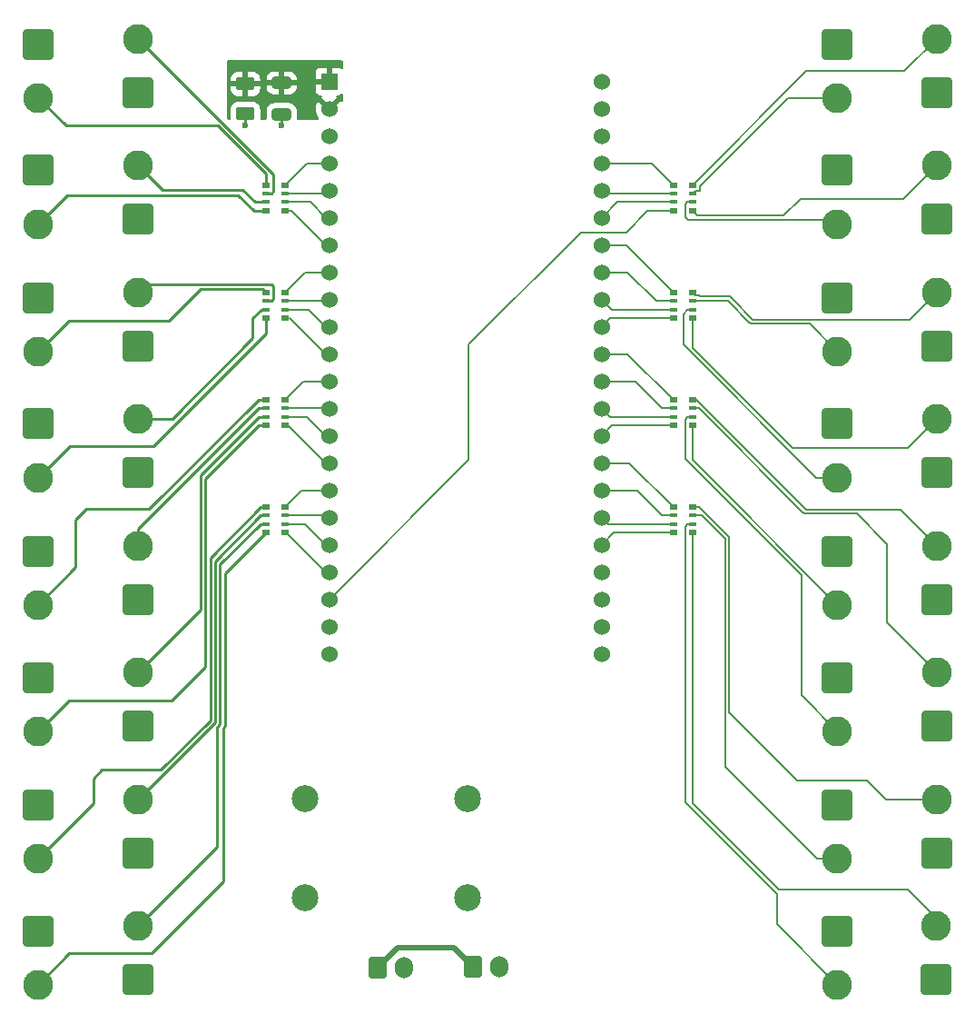
<source format=gtl>
G04 #@! TF.GenerationSoftware,KiCad,Pcbnew,9.0.0*
G04 #@! TF.CreationDate,2025-04-21T22:07:48+01:00*
G04 #@! TF.ProjectId,LED_Hub,4c45445f-4875-4622-9e6b-696361645f70,rev?*
G04 #@! TF.SameCoordinates,Original*
G04 #@! TF.FileFunction,Copper,L1,Top*
G04 #@! TF.FilePolarity,Positive*
%FSLAX46Y46*%
G04 Gerber Fmt 4.6, Leading zero omitted, Abs format (unit mm)*
G04 Created by KiCad (PCBNEW 9.0.0) date 2025-04-21 22:07:48*
%MOMM*%
%LPD*%
G01*
G04 APERTURE LIST*
G04 Aperture macros list*
%AMRoundRect*
0 Rectangle with rounded corners*
0 $1 Rounding radius*
0 $2 $3 $4 $5 $6 $7 $8 $9 X,Y pos of 4 corners*
0 Add a 4 corners polygon primitive as box body*
4,1,4,$2,$3,$4,$5,$6,$7,$8,$9,$2,$3,0*
0 Add four circle primitives for the rounded corners*
1,1,$1+$1,$2,$3*
1,1,$1+$1,$4,$5*
1,1,$1+$1,$6,$7*
1,1,$1+$1,$8,$9*
0 Add four rect primitives between the rounded corners*
20,1,$1+$1,$2,$3,$4,$5,0*
20,1,$1+$1,$4,$5,$6,$7,0*
20,1,$1+$1,$6,$7,$8,$9,0*
20,1,$1+$1,$8,$9,$2,$3,0*%
G04 Aperture macros list end*
G04 #@! TA.AperFunction,SMDPad,CuDef*
%ADD10RoundRect,0.250000X-0.650000X0.325000X-0.650000X-0.325000X0.650000X-0.325000X0.650000X0.325000X0*%
G04 #@! TD*
G04 #@! TA.AperFunction,SMDPad,CuDef*
%ADD11RoundRect,0.250000X-0.625000X0.375000X-0.625000X-0.375000X0.625000X-0.375000X0.625000X0.375000X0*%
G04 #@! TD*
G04 #@! TA.AperFunction,SMDPad,CuDef*
%ADD12R,0.800000X0.500000*%
G04 #@! TD*
G04 #@! TA.AperFunction,SMDPad,CuDef*
%ADD13R,0.800000X0.400000*%
G04 #@! TD*
G04 #@! TA.AperFunction,ComponentPad*
%ADD14RoundRect,0.250001X-1.149999X1.149999X-1.149999X-1.149999X1.149999X-1.149999X1.149999X1.149999X0*%
G04 #@! TD*
G04 #@! TA.AperFunction,ComponentPad*
%ADD15C,2.800000*%
G04 #@! TD*
G04 #@! TA.AperFunction,ComponentPad*
%ADD16RoundRect,0.250000X-0.600000X-0.750000X0.600000X-0.750000X0.600000X0.750000X-0.600000X0.750000X0*%
G04 #@! TD*
G04 #@! TA.AperFunction,ComponentPad*
%ADD17O,1.700000X2.000000*%
G04 #@! TD*
G04 #@! TA.AperFunction,ComponentPad*
%ADD18R,1.530000X1.530000*%
G04 #@! TD*
G04 #@! TA.AperFunction,ComponentPad*
%ADD19C,1.530000*%
G04 #@! TD*
G04 #@! TA.AperFunction,ComponentPad*
%ADD20RoundRect,0.250001X1.149999X-1.149999X1.149999X1.149999X-1.149999X1.149999X-1.149999X-1.149999X0*%
G04 #@! TD*
G04 #@! TA.AperFunction,ComponentPad*
%ADD21C,2.500000*%
G04 #@! TD*
G04 #@! TA.AperFunction,ViaPad*
%ADD22C,0.600000*%
G04 #@! TD*
G04 #@! TA.AperFunction,Conductor*
%ADD23C,0.254000*%
G04 #@! TD*
G04 #@! TA.AperFunction,Conductor*
%ADD24C,0.508000*%
G04 #@! TD*
G04 #@! TA.AperFunction,Conductor*
%ADD25C,0.200000*%
G04 #@! TD*
G04 APERTURE END LIST*
D10*
X140120000Y-52355000D03*
X140120000Y-55305000D03*
D11*
X136750000Y-52450000D03*
X136750000Y-55250000D03*
D12*
X140445000Y-64265000D03*
D13*
X140445000Y-63465000D03*
X140445000Y-62665000D03*
D12*
X140445000Y-61865000D03*
X138645000Y-61865000D03*
D13*
X138645000Y-62665000D03*
X138645000Y-63465000D03*
D12*
X138645000Y-64265000D03*
D14*
X117425000Y-60500000D03*
D15*
X117425000Y-65500000D03*
D14*
X191950000Y-96000000D03*
D15*
X191950000Y-101000000D03*
D16*
X157950000Y-134750000D03*
D17*
X160450000Y-134750000D03*
D14*
X117425000Y-48750000D03*
D15*
X117425000Y-53750000D03*
D18*
X144565000Y-52225000D03*
D19*
X144565000Y-54765000D03*
X144565000Y-57305000D03*
X144565000Y-59845000D03*
X144565000Y-62385000D03*
X144565000Y-64925000D03*
X144565000Y-67465000D03*
X144565000Y-70005000D03*
X144565000Y-72545000D03*
X144565000Y-75085000D03*
X144565000Y-77625000D03*
X144565000Y-80165000D03*
X144565000Y-82705000D03*
X144565000Y-85245000D03*
X144565000Y-87785000D03*
X144565000Y-90325000D03*
X144565000Y-92865000D03*
X144565000Y-95405000D03*
X144565000Y-97945000D03*
X144565000Y-100485000D03*
X144565000Y-103025000D03*
X144565000Y-105565000D03*
X169975000Y-52225000D03*
X169975000Y-54765000D03*
X169975000Y-57305000D03*
X169975000Y-59845000D03*
X169975000Y-62385000D03*
X169975000Y-64925000D03*
X169975000Y-67465000D03*
X169975000Y-70005000D03*
X169975000Y-72545000D03*
X169975000Y-75085000D03*
X169975000Y-77625000D03*
X169975000Y-80165000D03*
X169975000Y-82705000D03*
X169975000Y-85245000D03*
X169975000Y-87785000D03*
X169975000Y-90325000D03*
X169975000Y-92865000D03*
X169975000Y-95405000D03*
X169975000Y-97945000D03*
X169975000Y-100485000D03*
X169975000Y-103025000D03*
X169975000Y-105565000D03*
D14*
X191950000Y-84125000D03*
D15*
X191950000Y-89125000D03*
D20*
X126725000Y-65000000D03*
D15*
X126725000Y-60000000D03*
D20*
X201250000Y-124125000D03*
D15*
X201250000Y-119125000D03*
D12*
X176645000Y-71865000D03*
D13*
X176645000Y-72665000D03*
X176645000Y-73465000D03*
D12*
X176645000Y-74265000D03*
X178445000Y-74265000D03*
D13*
X178445000Y-73465000D03*
X178445000Y-72665000D03*
D12*
X178445000Y-71865000D03*
D20*
X201250000Y-112250000D03*
D15*
X201250000Y-107250000D03*
D20*
X201250000Y-65000000D03*
D15*
X201250000Y-60000000D03*
D20*
X201125000Y-135875000D03*
D15*
X201125000Y-130875000D03*
D20*
X126725000Y-88625000D03*
D15*
X126725000Y-83625000D03*
D14*
X117425000Y-131375000D03*
D15*
X117425000Y-136375000D03*
D20*
X201250000Y-76875000D03*
D15*
X201250000Y-71875000D03*
D12*
X176645000Y-61865000D03*
D13*
X176645000Y-62665000D03*
X176645000Y-63465000D03*
D12*
X176645000Y-64265000D03*
X178445000Y-64265000D03*
D13*
X178445000Y-63465000D03*
X178445000Y-62665000D03*
D12*
X178445000Y-61865000D03*
D20*
X126725000Y-53250000D03*
D15*
X126725000Y-48250000D03*
D12*
X140445000Y-94265000D03*
D13*
X140445000Y-93465000D03*
X140445000Y-92665000D03*
D12*
X140445000Y-91865000D03*
X138645000Y-91865000D03*
D13*
X138645000Y-92665000D03*
X138645000Y-93465000D03*
D12*
X138645000Y-94265000D03*
X140445000Y-84265000D03*
D13*
X140445000Y-83465000D03*
X140445000Y-82665000D03*
D12*
X140445000Y-81865000D03*
X138645000Y-81865000D03*
D13*
X138645000Y-82665000D03*
X138645000Y-83465000D03*
D12*
X138645000Y-84265000D03*
D20*
X126725000Y-76875000D03*
D15*
X126725000Y-71875000D03*
D14*
X191950000Y-131375000D03*
D15*
X191950000Y-136375000D03*
D14*
X117425000Y-107750000D03*
D15*
X117425000Y-112750000D03*
D14*
X191950000Y-107750000D03*
D15*
X191950000Y-112750000D03*
D20*
X126725000Y-100500000D03*
D15*
X126725000Y-95500000D03*
D12*
X140445000Y-74265000D03*
D13*
X140445000Y-73465000D03*
X140445000Y-72665000D03*
D12*
X140445000Y-71865000D03*
X138645000Y-71865000D03*
D13*
X138645000Y-72665000D03*
X138645000Y-73465000D03*
D12*
X138645000Y-74265000D03*
D20*
X126725000Y-112250000D03*
D15*
X126725000Y-107250000D03*
D20*
X201250000Y-53250000D03*
D15*
X201250000Y-48250000D03*
D14*
X191950000Y-48750000D03*
D15*
X191950000Y-53750000D03*
D12*
X176645000Y-81865000D03*
D13*
X176645000Y-82665000D03*
X176645000Y-83465000D03*
D12*
X176645000Y-84265000D03*
X178445000Y-84265000D03*
D13*
X178445000Y-83465000D03*
X178445000Y-82665000D03*
D12*
X178445000Y-81865000D03*
D14*
X191950000Y-60500000D03*
D15*
X191950000Y-65500000D03*
D21*
X157500000Y-119050000D03*
X157500000Y-128250000D03*
X142300000Y-119050000D03*
X142300000Y-128250000D03*
D20*
X126725000Y-124125000D03*
D15*
X126725000Y-119125000D03*
D20*
X201250000Y-100500000D03*
D15*
X201250000Y-95500000D03*
D14*
X117425000Y-119625000D03*
D15*
X117425000Y-124625000D03*
D16*
X149075000Y-134825000D03*
D17*
X151575000Y-134825000D03*
D20*
X201250000Y-88625000D03*
D15*
X201250000Y-83625000D03*
D12*
X176645000Y-91865000D03*
D13*
X176645000Y-92665000D03*
X176645000Y-93465000D03*
D12*
X176645000Y-94265000D03*
X178445000Y-94265000D03*
D13*
X178445000Y-93465000D03*
X178445000Y-92665000D03*
D12*
X178445000Y-91865000D03*
D14*
X117425000Y-84125000D03*
D15*
X117425000Y-89125000D03*
D14*
X191950000Y-119625000D03*
D15*
X191950000Y-124625000D03*
D20*
X126725000Y-135875000D03*
D15*
X126725000Y-130875000D03*
D14*
X117425000Y-96000000D03*
D15*
X117425000Y-101000000D03*
D14*
X191950000Y-72375000D03*
D15*
X191950000Y-77375000D03*
D14*
X117425000Y-72375000D03*
D15*
X117425000Y-77375000D03*
D22*
X136750000Y-56300000D03*
X140120000Y-56280000D03*
D23*
X136750000Y-56300000D02*
X136750000Y-55250000D01*
X140120000Y-56280000D02*
X140120000Y-55305000D01*
D24*
X150925000Y-132975000D02*
X156175000Y-132975000D01*
X156175000Y-132975000D02*
X157950000Y-134750000D01*
X149075000Y-134825000D02*
X150925000Y-132975000D01*
D25*
X198100000Y-63150000D02*
X201250000Y-60000000D01*
X178445000Y-64265000D02*
X178904000Y-64724000D01*
X186951000Y-64724000D02*
X188525000Y-63150000D01*
X178904000Y-64724000D02*
X186951000Y-64724000D01*
X188525000Y-63150000D02*
X198100000Y-63150000D01*
X177744000Y-63714000D02*
X177993000Y-63465000D01*
X177993000Y-63465000D02*
X178445000Y-63465000D01*
X191575000Y-65125000D02*
X178019000Y-65125000D01*
X191950000Y-65500000D02*
X191575000Y-65125000D01*
X178019000Y-65125000D02*
X177744000Y-64850000D01*
X177744000Y-64850000D02*
X177744000Y-63714000D01*
X178445000Y-62665000D02*
X178694000Y-62416000D01*
X187360000Y-53750000D02*
X191950000Y-53750000D01*
X178694000Y-62416000D02*
X179146000Y-62416000D01*
X179146000Y-62416000D02*
X179146000Y-61964000D01*
X179146000Y-61964000D02*
X187360000Y-53750000D01*
X178445000Y-61865000D02*
X189035000Y-51275000D01*
X189035000Y-51275000D02*
X198225000Y-51275000D01*
X198225000Y-51275000D02*
X201250000Y-48250000D01*
D23*
X134181532Y-56350000D02*
X138645000Y-60813468D01*
X120025000Y-56350000D02*
X134181532Y-56350000D01*
X138645000Y-60813468D02*
X138645000Y-61865000D01*
X117425000Y-53750000D02*
X120025000Y-56350000D01*
X139373000Y-60898000D02*
X126725000Y-48250000D01*
X139151000Y-62665000D02*
X139373000Y-62443000D01*
X139373000Y-62443000D02*
X139373000Y-60898000D01*
X138645000Y-62665000D02*
X139151000Y-62665000D01*
X138645000Y-63465000D02*
X137625000Y-63465000D01*
X136472500Y-62312500D02*
X137625000Y-63465000D01*
X129037500Y-62312500D02*
X126725000Y-60000000D01*
X129037500Y-62312500D02*
X136472500Y-62312500D01*
X136075000Y-62800000D02*
X120125000Y-62800000D01*
X137540000Y-64265000D02*
X136075000Y-62800000D01*
X138645000Y-64265000D02*
X137540000Y-64265000D01*
X120125000Y-62800000D02*
X117425000Y-65500000D01*
X133460000Y-111746532D02*
X128831532Y-116375000D01*
X128831532Y-116375000D02*
X123325000Y-116375000D01*
X138189000Y-91865000D02*
X133460000Y-96594000D01*
X122550000Y-117150000D02*
X123325000Y-116375000D01*
X138645000Y-91865000D02*
X138189000Y-91865000D01*
X133460000Y-96594000D02*
X133460000Y-111746532D01*
X122550000Y-119500000D02*
X117425000Y-124625000D01*
X122550000Y-117150000D02*
X122550000Y-119500000D01*
X133915000Y-111558064D02*
X133915000Y-96939000D01*
X129020000Y-116830000D02*
X133725000Y-112125000D01*
X133725000Y-112125000D02*
X133915000Y-111934999D01*
X138189000Y-92665000D02*
X138645000Y-92665000D01*
X126725000Y-119125000D02*
X129020000Y-116830000D01*
X133915000Y-111934999D02*
X133915000Y-111558064D01*
X133915000Y-96939000D02*
X138189000Y-92665000D01*
X133915000Y-111934999D02*
X133915000Y-111935000D01*
X134180000Y-112313467D02*
X134141733Y-112351734D01*
X138139000Y-93465000D02*
X134370000Y-97234000D01*
X134180000Y-112313466D02*
X134180000Y-112313468D01*
X134370000Y-111746532D02*
X134370000Y-112123465D01*
X134370000Y-97234000D02*
X134370000Y-111369597D01*
X134103467Y-112389999D02*
X134075000Y-112418467D01*
X134370000Y-112123466D02*
X134370000Y-112123467D01*
X138645000Y-93465000D02*
X138139000Y-93465000D01*
X134075000Y-123525000D02*
X126725000Y-130875000D01*
X134370000Y-111369597D02*
X134370000Y-111746532D01*
X134370000Y-111746532D02*
X134370000Y-111746531D01*
X134180000Y-112313468D02*
X134180000Y-112313467D01*
X134370000Y-112123465D02*
X134370000Y-112123466D01*
X134217823Y-112275643D02*
X134180000Y-112313466D01*
X134141733Y-112351734D02*
X134103467Y-112389999D01*
X134075000Y-112418467D02*
X134075000Y-123525000D01*
X134370000Y-112123467D02*
X134217823Y-112275643D01*
X134825000Y-111934999D02*
X134825000Y-111558065D01*
X134825000Y-112311933D02*
X134825000Y-112311934D01*
X134825000Y-111558064D02*
X134825000Y-111181130D01*
X134825000Y-112311936D02*
X134825000Y-112311933D01*
X120325000Y-133475000D02*
X128000000Y-133475000D01*
X134825001Y-111935001D02*
X134825000Y-111934999D01*
X117425000Y-136375000D02*
X120325000Y-133475000D01*
X134825000Y-112311933D02*
X134825000Y-112311932D01*
X134825000Y-98085000D02*
X138645000Y-94265000D01*
X134825000Y-111181130D02*
X134825000Y-98085000D01*
X128000000Y-133475000D02*
X134725000Y-126750000D01*
X134725000Y-112411934D02*
X134825000Y-112311936D01*
X134725000Y-126750000D02*
X134725000Y-112411934D01*
X134825000Y-111558065D02*
X134825000Y-111558064D01*
X134825000Y-112311932D02*
X134825001Y-111935001D01*
X127781000Y-92075000D02*
X121875000Y-92075000D01*
X138645000Y-81865000D02*
X137991000Y-81865000D01*
X137991000Y-81865000D02*
X127781000Y-92075000D01*
X120925000Y-93025000D02*
X120925000Y-97500000D01*
X121875000Y-92075000D02*
X120925000Y-93025000D01*
X120925000Y-97500000D02*
X117425000Y-101000000D01*
X126725000Y-93931000D02*
X137991000Y-82665000D01*
X137991000Y-82665000D02*
X138645000Y-82665000D01*
X126725000Y-95500000D02*
X126725000Y-93931000D01*
X137991000Y-83465000D02*
X132550000Y-88906000D01*
X132550000Y-101425000D02*
X126725000Y-107250000D01*
X138645000Y-83465000D02*
X137991000Y-83465000D01*
X132550000Y-88906000D02*
X132550000Y-101425000D01*
X137952500Y-84265000D02*
X133005000Y-89212500D01*
X120275000Y-109900000D02*
X117425000Y-112750000D01*
X133000000Y-101618467D02*
X133000000Y-106750000D01*
X133005000Y-89212500D02*
X133005000Y-101613468D01*
X133005000Y-101613468D02*
X133000000Y-101618467D01*
X138645000Y-84265000D02*
X137952500Y-84265000D01*
X129850000Y-109900000D02*
X120275000Y-109900000D01*
X133000000Y-106750000D02*
X129850000Y-109900000D01*
X120275000Y-74525000D02*
X117425000Y-77375000D01*
X138645000Y-71865000D02*
X138330000Y-71550000D01*
X132550000Y-71550000D02*
X129575000Y-74525000D01*
X138330000Y-71550000D02*
X132550000Y-71550000D01*
X129575000Y-74525000D02*
X120275000Y-74525000D01*
X138141532Y-71095000D02*
X129682230Y-71095000D01*
X138518467Y-71095000D02*
X138141532Y-71095000D01*
X139373000Y-71287000D02*
X139186000Y-71100000D01*
X138518467Y-71095000D02*
X138518468Y-71095000D01*
X139151000Y-72665000D02*
X139373000Y-72443000D01*
X129305295Y-71095000D02*
X129305294Y-71095000D01*
X129682230Y-71095000D02*
X129305295Y-71095000D01*
X129300294Y-71100000D02*
X127500000Y-71100000D01*
X139186000Y-71100000D02*
X138523468Y-71100000D01*
X139373000Y-72443000D02*
X139373000Y-71287000D01*
X129305294Y-71095000D02*
X129300294Y-71100000D01*
X138523468Y-71100000D02*
X138518467Y-71095000D01*
X138645000Y-72665000D02*
X139151000Y-72665000D01*
X127500000Y-71100000D02*
X126725000Y-71875000D01*
X126725000Y-83625000D02*
X129950000Y-83625000D01*
X137425000Y-74275000D02*
X138235000Y-73465000D01*
X138235000Y-73465000D02*
X138645000Y-73465000D01*
X137425000Y-76150000D02*
X137425000Y-74275000D01*
X129950000Y-83625000D02*
X137425000Y-76150000D01*
X138645000Y-75730000D02*
X128175000Y-86200000D01*
X120350000Y-86200000D02*
X117425000Y-89125000D01*
X138645000Y-74265000D02*
X138645000Y-75730000D01*
X128175000Y-86200000D02*
X120350000Y-86200000D01*
D25*
X140445000Y-62665000D02*
X143955000Y-62665000D01*
X143955000Y-62665000D02*
X144235000Y-62385000D01*
X142775000Y-63465000D02*
X144235000Y-64925000D01*
X140445000Y-63465000D02*
X142775000Y-63465000D01*
X144235000Y-59845000D02*
X142465000Y-59845000D01*
X142465000Y-59845000D02*
X140445000Y-61865000D01*
X141035000Y-64265000D02*
X140445000Y-64265000D01*
X141035000Y-64265000D02*
X144235000Y-67465000D01*
X140555000Y-94265000D02*
X144235000Y-97945000D01*
X140445000Y-93465000D02*
X142295000Y-93465000D01*
X142295000Y-93465000D02*
X144235000Y-95405000D01*
X144035000Y-92665000D02*
X144235000Y-92865000D01*
X140445000Y-92665000D02*
X144035000Y-92665000D01*
X144115000Y-72665000D02*
X144235000Y-72545000D01*
X140445000Y-72665000D02*
X144115000Y-72665000D01*
X144235000Y-70005000D02*
X142305000Y-70005000D01*
X142305000Y-70005000D02*
X140445000Y-71865000D01*
X140445000Y-73465000D02*
X142615000Y-73465000D01*
X142615000Y-73465000D02*
X144235000Y-75085000D01*
X197850000Y-92100000D02*
X201250000Y-95500000D01*
X178822100Y-81875000D02*
X189047100Y-92100000D01*
X189047100Y-92100000D02*
X197850000Y-92100000D01*
X178445000Y-81865000D02*
X178455000Y-81875000D01*
X178455000Y-81875000D02*
X178822100Y-81875000D01*
X179045000Y-82665000D02*
X179279900Y-82899900D01*
X178445000Y-82665000D02*
X178979900Y-82665000D01*
X189213200Y-92501000D02*
X193776000Y-92501000D01*
X188881000Y-92501000D02*
X189213200Y-92501000D01*
X188655000Y-92275000D02*
X188881000Y-92501000D01*
X179279900Y-82899900D02*
X188646100Y-92266100D01*
X196600000Y-95325000D02*
X196600000Y-102600000D01*
X193776000Y-92501000D02*
X196600000Y-95325000D01*
X178979900Y-82665000D02*
X179045000Y-82665000D01*
X196600000Y-102600000D02*
X201250000Y-107250000D01*
X188646100Y-92266100D02*
X188655000Y-92275000D01*
X188600000Y-109400000D02*
X191950000Y-112750000D01*
X178445000Y-83465000D02*
X177993000Y-83465000D01*
X188600000Y-98217100D02*
X188600000Y-109400000D01*
X177993000Y-83465000D02*
X177744000Y-83714000D01*
X177744000Y-83714000D02*
X177744000Y-87361100D01*
X177744000Y-87361100D02*
X188600000Y-98217100D01*
X178445000Y-84265000D02*
X178445000Y-87495000D01*
X178445000Y-87495000D02*
X191950000Y-101000000D01*
X194725000Y-117325000D02*
X188200000Y-117325000D01*
X201250000Y-119125000D02*
X196525000Y-119125000D01*
X196525000Y-119125000D02*
X194725000Y-117325000D01*
X181875000Y-94695000D02*
X179045000Y-91865000D01*
X188200000Y-117325000D02*
X181875000Y-111000000D01*
X179045000Y-91865000D02*
X178445000Y-91865000D01*
X181875000Y-111000000D02*
X181875000Y-94695000D01*
X191925000Y-124600000D02*
X191950000Y-124625000D01*
X181474000Y-116049000D02*
X190025000Y-124600000D01*
X179277900Y-92665000D02*
X181474000Y-94861100D01*
X190025000Y-124600000D02*
X191925000Y-124600000D01*
X178445000Y-92665000D02*
X179277900Y-92665000D01*
X181474000Y-94861100D02*
X181474000Y-116049000D01*
X177993000Y-93465000D02*
X177744000Y-93714000D01*
X186333900Y-130758900D02*
X191950000Y-136375000D01*
X177744000Y-93714000D02*
X177744000Y-119361100D01*
X186333900Y-127951000D02*
X186333900Y-130758900D01*
X178445000Y-93465000D02*
X177993000Y-93465000D01*
X177744000Y-119361100D02*
X186333900Y-127951000D01*
X201125000Y-130125000D02*
X201125000Y-130875000D01*
X198550000Y-127550000D02*
X201125000Y-130125000D01*
X186500000Y-127550000D02*
X198550000Y-127550000D01*
X178445000Y-119495000D02*
X186500000Y-127550000D01*
X178445000Y-94265000D02*
X178445000Y-119495000D01*
X182166000Y-72498900D02*
X184067100Y-74400000D01*
X179146000Y-72164000D02*
X179146000Y-72264000D01*
X179146000Y-72264000D02*
X181598900Y-72264000D01*
X178445000Y-71865000D02*
X178744000Y-72164000D01*
X181931100Y-72264000D02*
X182166000Y-72498900D01*
X184067100Y-74400000D02*
X198725000Y-74400000D01*
X178744000Y-72164000D02*
X179146000Y-72164000D01*
X181598900Y-72264000D02*
X181931100Y-72264000D01*
X198725000Y-74400000D02*
X201250000Y-71875000D01*
X189376000Y-74801000D02*
X184233200Y-74801000D01*
X181765000Y-72665000D02*
X181432800Y-72665000D01*
X179312100Y-72665000D02*
X178979900Y-72665000D01*
X183901000Y-74801000D02*
X183666100Y-74566100D01*
X191950000Y-77375000D02*
X189376000Y-74801000D01*
X178979900Y-72665000D02*
X178445000Y-72665000D01*
X184233200Y-74801000D02*
X183901000Y-74801000D01*
X181999900Y-72899900D02*
X181765000Y-72665000D01*
X183666100Y-74566100D02*
X181999900Y-72899900D01*
X181432800Y-72665000D02*
X179312100Y-72665000D01*
X177993000Y-73465000D02*
X178445000Y-73465000D01*
X191950000Y-89125000D02*
X189970102Y-89125000D01*
X189970102Y-89125000D02*
X177575000Y-76729898D01*
X177575000Y-76729898D02*
X177575000Y-73883000D01*
X177575000Y-73883000D02*
X177993000Y-73465000D01*
X201238840Y-83625000D02*
X201250000Y-83625000D01*
X178445000Y-77032798D02*
X187762202Y-86350000D01*
X198525000Y-86350000D02*
X201250000Y-83625000D01*
X178445000Y-74265000D02*
X178445000Y-77032798D01*
X187762202Y-86350000D02*
X198525000Y-86350000D01*
X170255000Y-62665000D02*
X176645000Y-62665000D01*
X169975000Y-62385000D02*
X170255000Y-62665000D01*
X170795000Y-74265000D02*
X176645000Y-74265000D01*
X169975000Y-75085000D02*
X170795000Y-74265000D01*
X175595000Y-82665000D02*
X173095000Y-80165000D01*
X176645000Y-82665000D02*
X175595000Y-82665000D01*
X173095000Y-80165000D02*
X169975000Y-80165000D01*
X170735000Y-83465000D02*
X176645000Y-83465000D01*
X169975000Y-82705000D02*
X170735000Y-83465000D01*
X169975000Y-77625000D02*
X172405000Y-77625000D01*
X172405000Y-77625000D02*
X176645000Y-81865000D01*
X144235000Y-80165000D02*
X142145000Y-80165000D01*
X142145000Y-80165000D02*
X140445000Y-81865000D01*
X174625000Y-59845000D02*
X176645000Y-61865000D01*
X169975000Y-59845000D02*
X174625000Y-59845000D01*
X140875000Y-74265000D02*
X144235000Y-77625000D01*
X157570000Y-76740000D02*
X168045000Y-66265000D01*
X168045000Y-66265000D02*
X172245000Y-66265000D01*
X174245000Y-64265000D02*
X176645000Y-64265000D01*
X144565000Y-100485000D02*
X157570000Y-87480000D01*
X172245000Y-66265000D02*
X174245000Y-64265000D01*
X157570000Y-87480000D02*
X157570000Y-76740000D01*
X171435000Y-63465000D02*
X176645000Y-63465000D01*
X169975000Y-64925000D02*
X171435000Y-63465000D01*
X144235000Y-90325000D02*
X141985000Y-90325000D01*
X141985000Y-90325000D02*
X140445000Y-91865000D01*
X142455000Y-83465000D02*
X144235000Y-85245000D01*
X140445000Y-83465000D02*
X142455000Y-83465000D01*
X144195000Y-82665000D02*
X144235000Y-82705000D01*
X140445000Y-82665000D02*
X144195000Y-82665000D01*
X140715000Y-84265000D02*
X144235000Y-87785000D01*
X176645000Y-94265000D02*
X171115000Y-94265000D01*
X171115000Y-94265000D02*
X169975000Y-95405000D01*
X169975000Y-67465000D02*
X172245000Y-67465000D01*
X172245000Y-67465000D02*
X176645000Y-71865000D01*
X169975000Y-72545000D02*
X170895000Y-73465000D01*
X170895000Y-73465000D02*
X176645000Y-73465000D01*
X169975000Y-87785000D02*
X172565000Y-87785000D01*
X172565000Y-87785000D02*
X176645000Y-91865000D01*
X175595000Y-92665000D02*
X173255000Y-90325000D01*
X173255000Y-90325000D02*
X169975000Y-90325000D01*
X176645000Y-92665000D02*
X175595000Y-92665000D01*
X169975000Y-92865000D02*
X170575000Y-93465000D01*
X170575000Y-93465000D02*
X176645000Y-93465000D01*
X170955000Y-84265000D02*
X169975000Y-85245000D01*
X176645000Y-84265000D02*
X170955000Y-84265000D01*
X172385000Y-70005000D02*
X169975000Y-70005000D01*
X175045000Y-72665000D02*
X172385000Y-70005000D01*
X176645000Y-72665000D02*
X175045000Y-72665000D01*
G04 #@! TA.AperFunction,Conductor*
G36*
X145788039Y-50269685D02*
G01*
X145833794Y-50322489D01*
X145845000Y-50374000D01*
X145845000Y-50973226D01*
X145825315Y-51040265D01*
X145772511Y-51086020D01*
X145703353Y-51095964D01*
X145646689Y-51072492D01*
X145572093Y-51016649D01*
X145572086Y-51016645D01*
X145437379Y-50966403D01*
X145437372Y-50966401D01*
X145377844Y-50960000D01*
X144815000Y-50960000D01*
X144815000Y-51780439D01*
X144761853Y-51749755D01*
X144632143Y-51715000D01*
X144497857Y-51715000D01*
X144368147Y-51749755D01*
X144315000Y-51780439D01*
X144315000Y-50960000D01*
X143752155Y-50960000D01*
X143692627Y-50966401D01*
X143692620Y-50966403D01*
X143557913Y-51016645D01*
X143557906Y-51016649D01*
X143442812Y-51102809D01*
X143442809Y-51102812D01*
X143356649Y-51217906D01*
X143356645Y-51217913D01*
X143306403Y-51352620D01*
X143306401Y-51352627D01*
X143300000Y-51412155D01*
X143300000Y-51975000D01*
X144120440Y-51975000D01*
X144089755Y-52028147D01*
X144055000Y-52157857D01*
X144055000Y-52292143D01*
X144089755Y-52421853D01*
X144120440Y-52475000D01*
X143300000Y-52475000D01*
X143300000Y-53037844D01*
X143306401Y-53097372D01*
X143306403Y-53097379D01*
X143356645Y-53232086D01*
X143356649Y-53232093D01*
X143442809Y-53347187D01*
X143442812Y-53347190D01*
X143557906Y-53433350D01*
X143557913Y-53433354D01*
X143692620Y-53483596D01*
X143692627Y-53483598D01*
X143752155Y-53489999D01*
X143752172Y-53490000D01*
X143786105Y-53490000D01*
X143853144Y-53509685D01*
X143898899Y-53562489D01*
X143908843Y-53631647D01*
X143879818Y-53695203D01*
X143864219Y-53709519D01*
X143864135Y-53710581D01*
X144427425Y-54273871D01*
X144368147Y-54289755D01*
X144251853Y-54356898D01*
X144156898Y-54451853D01*
X144089755Y-54568147D01*
X144073871Y-54627425D01*
X143510581Y-54064135D01*
X143510580Y-54064135D01*
X143483077Y-54101990D01*
X143392679Y-54279405D01*
X143331147Y-54468777D01*
X143300000Y-54665436D01*
X143300000Y-54864563D01*
X143331147Y-55061222D01*
X143392679Y-55250594D01*
X143483075Y-55428005D01*
X143589686Y-55574742D01*
X143613166Y-55640549D01*
X143597341Y-55708603D01*
X143547235Y-55757298D01*
X143489454Y-55771628D01*
X141644585Y-55772903D01*
X141577532Y-55753265D01*
X141531740Y-55700492D01*
X141520499Y-55648907D01*
X141520499Y-54929992D01*
X141515657Y-54882596D01*
X141509999Y-54827203D01*
X141509998Y-54827200D01*
X141489387Y-54765000D01*
X141454814Y-54660666D01*
X141362712Y-54511344D01*
X141238656Y-54387288D01*
X141089334Y-54295186D01*
X140922797Y-54240001D01*
X140922795Y-54240000D01*
X140820010Y-54229500D01*
X139419998Y-54229500D01*
X139419981Y-54229501D01*
X139317203Y-54240000D01*
X139317200Y-54240001D01*
X139150668Y-54295185D01*
X139150663Y-54295187D01*
X139001342Y-54387289D01*
X138877289Y-54511342D01*
X138785187Y-54660663D01*
X138785186Y-54660666D01*
X138730001Y-54827203D01*
X138730001Y-54827204D01*
X138730000Y-54827204D01*
X138719500Y-54929983D01*
X138719500Y-55651012D01*
X138699815Y-55718051D01*
X138647011Y-55763806D01*
X138595586Y-55775012D01*
X138249585Y-55775252D01*
X138182532Y-55755614D01*
X138136740Y-55702842D01*
X138125499Y-55651256D01*
X138125499Y-54824992D01*
X138114999Y-54722203D01*
X138059814Y-54555666D01*
X137967712Y-54406344D01*
X137843656Y-54282288D01*
X137694334Y-54190186D01*
X137527797Y-54135001D01*
X137527795Y-54135000D01*
X137425010Y-54124500D01*
X136074998Y-54124500D01*
X136074981Y-54124501D01*
X135972203Y-54135000D01*
X135972200Y-54135001D01*
X135805668Y-54190185D01*
X135805663Y-54190187D01*
X135656342Y-54282289D01*
X135532289Y-54406342D01*
X135440187Y-54555663D01*
X135440186Y-54555666D01*
X135385001Y-54722203D01*
X135385001Y-54722204D01*
X135385000Y-54722204D01*
X135374500Y-54824983D01*
X135374500Y-55653326D01*
X135371961Y-55661970D01*
X135373250Y-55670888D01*
X135362271Y-55694972D01*
X135354815Y-55720365D01*
X135348006Y-55726264D01*
X135344269Y-55734464D01*
X135322010Y-55748790D01*
X135302011Y-55766120D01*
X135291541Y-55768401D01*
X135285517Y-55772279D01*
X135250586Y-55777326D01*
X135191234Y-55777367D01*
X135124181Y-55757729D01*
X135103467Y-55741048D01*
X135036319Y-55673900D01*
X135002834Y-55612577D01*
X135000000Y-55586219D01*
X135000000Y-52874986D01*
X135375001Y-52874986D01*
X135385494Y-52977697D01*
X135440641Y-53144119D01*
X135440643Y-53144124D01*
X135532684Y-53293345D01*
X135656654Y-53417315D01*
X135805875Y-53509356D01*
X135805880Y-53509358D01*
X135972302Y-53564505D01*
X135972309Y-53564506D01*
X136075019Y-53574999D01*
X136499999Y-53574999D01*
X137000000Y-53574999D01*
X137424972Y-53574999D01*
X137424986Y-53574998D01*
X137527697Y-53564505D01*
X137694119Y-53509358D01*
X137694124Y-53509356D01*
X137843345Y-53417315D01*
X137967315Y-53293345D01*
X138059356Y-53144124D01*
X138059358Y-53144119D01*
X138114505Y-52977697D01*
X138114506Y-52977690D01*
X138124999Y-52874986D01*
X138125000Y-52874973D01*
X138125000Y-52729986D01*
X138720001Y-52729986D01*
X138730494Y-52832697D01*
X138785641Y-52999119D01*
X138785643Y-52999124D01*
X138877684Y-53148345D01*
X139001654Y-53272315D01*
X139150875Y-53364356D01*
X139150880Y-53364358D01*
X139317302Y-53419505D01*
X139317309Y-53419506D01*
X139420019Y-53429999D01*
X139869999Y-53429999D01*
X140370000Y-53429999D01*
X140819972Y-53429999D01*
X140819986Y-53429998D01*
X140922697Y-53419505D01*
X141089119Y-53364358D01*
X141089124Y-53364356D01*
X141238345Y-53272315D01*
X141362315Y-53148345D01*
X141454356Y-52999124D01*
X141454358Y-52999119D01*
X141509505Y-52832697D01*
X141509506Y-52832690D01*
X141519999Y-52729986D01*
X141520000Y-52729973D01*
X141520000Y-52605000D01*
X140370000Y-52605000D01*
X140370000Y-53429999D01*
X139869999Y-53429999D01*
X139870000Y-53429998D01*
X139870000Y-52605000D01*
X138720001Y-52605000D01*
X138720001Y-52729986D01*
X138125000Y-52729986D01*
X138125000Y-52700000D01*
X137000000Y-52700000D01*
X137000000Y-53574999D01*
X136499999Y-53574999D01*
X136500000Y-53574998D01*
X136500000Y-52700000D01*
X135375001Y-52700000D01*
X135375001Y-52874986D01*
X135000000Y-52874986D01*
X135000000Y-52025013D01*
X135375000Y-52025013D01*
X135375000Y-52200000D01*
X136500000Y-52200000D01*
X137000000Y-52200000D01*
X138124999Y-52200000D01*
X138124999Y-52025028D01*
X138124998Y-52025011D01*
X138121367Y-51989465D01*
X138120401Y-51980013D01*
X138720000Y-51980013D01*
X138720000Y-52105000D01*
X139870000Y-52105000D01*
X140370000Y-52105000D01*
X141519999Y-52105000D01*
X141519999Y-51980028D01*
X141519998Y-51980013D01*
X141509505Y-51877302D01*
X141454358Y-51710880D01*
X141454356Y-51710875D01*
X141362315Y-51561654D01*
X141238345Y-51437684D01*
X141089124Y-51345643D01*
X141089119Y-51345641D01*
X140922697Y-51290494D01*
X140922690Y-51290493D01*
X140819986Y-51280000D01*
X140370000Y-51280000D01*
X140370000Y-52105000D01*
X139870000Y-52105000D01*
X139870000Y-51280000D01*
X139420028Y-51280000D01*
X139420012Y-51280001D01*
X139317302Y-51290494D01*
X139150880Y-51345641D01*
X139150875Y-51345643D01*
X139001654Y-51437684D01*
X138877684Y-51561654D01*
X138785643Y-51710875D01*
X138785641Y-51710880D01*
X138730494Y-51877302D01*
X138730493Y-51877309D01*
X138720000Y-51980013D01*
X138120401Y-51980013D01*
X138114505Y-51922302D01*
X138059358Y-51755880D01*
X138059356Y-51755875D01*
X137967315Y-51606654D01*
X137843345Y-51482684D01*
X137694124Y-51390643D01*
X137694119Y-51390641D01*
X137527697Y-51335494D01*
X137527690Y-51335493D01*
X137424986Y-51325000D01*
X137000000Y-51325000D01*
X137000000Y-52200000D01*
X136500000Y-52200000D01*
X136500000Y-51325000D01*
X136075028Y-51325000D01*
X136075012Y-51325001D01*
X135972302Y-51335494D01*
X135805880Y-51390641D01*
X135805875Y-51390643D01*
X135656654Y-51482684D01*
X135532684Y-51606654D01*
X135440643Y-51755875D01*
X135440641Y-51755880D01*
X135385494Y-51922302D01*
X135385493Y-51922309D01*
X135375000Y-52025013D01*
X135000000Y-52025013D01*
X135000000Y-50374000D01*
X135019685Y-50306961D01*
X135072489Y-50261206D01*
X135124000Y-50250000D01*
X145721000Y-50250000D01*
X145788039Y-50269685D01*
G37*
G04 #@! TD.AperFunction*
G04 #@! TA.AperFunction,Conductor*
G36*
X145780425Y-53367940D02*
G01*
X145829831Y-53417344D01*
X145845000Y-53476773D01*
X145845000Y-53992989D01*
X145825315Y-54060028D01*
X145772511Y-54105783D01*
X145703353Y-54115727D01*
X145639797Y-54086702D01*
X145620682Y-54065875D01*
X145619417Y-54064135D01*
X145619417Y-54064134D01*
X145056127Y-54627423D01*
X145040245Y-54568147D01*
X144973102Y-54451853D01*
X144878147Y-54356898D01*
X144761853Y-54289755D01*
X144702574Y-54273871D01*
X145265864Y-53710581D01*
X145265606Y-53707312D01*
X145228343Y-53658988D01*
X145222364Y-53589375D01*
X145254970Y-53527580D01*
X145315808Y-53493223D01*
X145343894Y-53490000D01*
X145377828Y-53490000D01*
X145377844Y-53489999D01*
X145437372Y-53483598D01*
X145437379Y-53483596D01*
X145572086Y-53433354D01*
X145572089Y-53433352D01*
X145646688Y-53377507D01*
X145712152Y-53353089D01*
X145780425Y-53367940D01*
G37*
G04 #@! TD.AperFunction*
M02*

</source>
